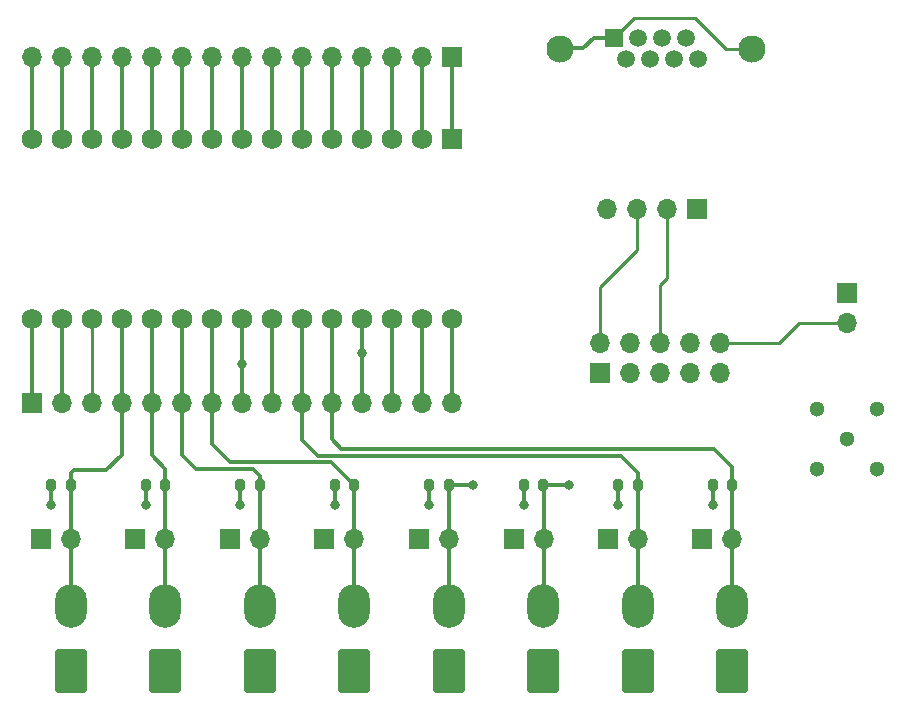
<source format=gbr>
%TF.GenerationSoftware,KiCad,Pcbnew,(6.0.1-0)*%
%TF.CreationDate,2022-11-29T12:21:39+01:00*%
%TF.ProjectId,nano_board,6e616e6f-5f62-46f6-9172-642e6b696361,rev?*%
%TF.SameCoordinates,Original*%
%TF.FileFunction,Copper,L1,Top*%
%TF.FilePolarity,Positive*%
%FSLAX46Y46*%
G04 Gerber Fmt 4.6, Leading zero omitted, Abs format (unit mm)*
G04 Created by KiCad (PCBNEW (6.0.1-0)) date 2022-11-29 12:21:39*
%MOMM*%
%LPD*%
G01*
G04 APERTURE LIST*
G04 Aperture macros list*
%AMRoundRect*
0 Rectangle with rounded corners*
0 $1 Rounding radius*
0 $2 $3 $4 $5 $6 $7 $8 $9 X,Y pos of 4 corners*
0 Add a 4 corners polygon primitive as box body*
4,1,4,$2,$3,$4,$5,$6,$7,$8,$9,$2,$3,0*
0 Add four circle primitives for the rounded corners*
1,1,$1+$1,$2,$3*
1,1,$1+$1,$4,$5*
1,1,$1+$1,$6,$7*
1,1,$1+$1,$8,$9*
0 Add four rect primitives between the rounded corners*
20,1,$1+$1,$2,$3,$4,$5,0*
20,1,$1+$1,$4,$5,$6,$7,0*
20,1,$1+$1,$6,$7,$8,$9,0*
20,1,$1+$1,$8,$9,$2,$3,0*%
G04 Aperture macros list end*
%TA.AperFunction,SMDPad,CuDef*%
%ADD10RoundRect,0.200000X0.200000X0.275000X-0.200000X0.275000X-0.200000X-0.275000X0.200000X-0.275000X0*%
%TD*%
%TA.AperFunction,ComponentPad*%
%ADD11R,1.700000X1.700000*%
%TD*%
%TA.AperFunction,ComponentPad*%
%ADD12O,1.700000X1.700000*%
%TD*%
%TA.AperFunction,ComponentPad*%
%ADD13R,1.500000X1.500000*%
%TD*%
%TA.AperFunction,ComponentPad*%
%ADD14C,1.500000*%
%TD*%
%TA.AperFunction,ComponentPad*%
%ADD15C,2.300000*%
%TD*%
%TA.AperFunction,ComponentPad*%
%ADD16RoundRect,0.250001X1.099999X1.599999X-1.099999X1.599999X-1.099999X-1.599999X1.099999X-1.599999X0*%
%TD*%
%TA.AperFunction,ComponentPad*%
%ADD17O,2.700000X3.700000*%
%TD*%
%TA.AperFunction,ComponentPad*%
%ADD18C,1.300000*%
%TD*%
%TA.AperFunction,ComponentPad*%
%ADD19C,1.727200*%
%TD*%
%TA.AperFunction,ComponentPad*%
%ADD20R,1.727200X1.727200*%
%TD*%
%TA.AperFunction,ViaPad*%
%ADD21C,0.800000*%
%TD*%
%TA.AperFunction,Conductor*%
%ADD22C,0.250000*%
%TD*%
%TA.AperFunction,Conductor*%
%ADD23C,0.300000*%
%TD*%
G04 APERTURE END LIST*
D10*
%TO.P,R4,1*%
%TO.N,N4*%
X136000000Y-86000000D03*
%TO.P,R4,2*%
%TO.N,3V3_Ard*%
X134350000Y-86000000D03*
%TD*%
%TO.P,R2,1*%
%TO.N,A2*%
X120000000Y-86000000D03*
%TO.P,R2,2*%
%TO.N,3V3_Ard*%
X118350000Y-86000000D03*
%TD*%
%TO.P,R0,1*%
%TO.N,A0*%
X104000000Y-86000000D03*
%TO.P,R0,2*%
%TO.N,3V3_Ard*%
X102350000Y-86000000D03*
%TD*%
%TO.P,R3,1*%
%TO.N,A3*%
X128000000Y-86000000D03*
%TO.P,R3,2*%
%TO.N,3V3_Ard*%
X126350000Y-86000000D03*
%TD*%
D11*
%TO.P,NTC6-Pin0,1,Pin_1*%
%TO.N,GND*%
X149500000Y-90525000D03*
D12*
%TO.P,NTC6-Pin0,2,Pin_2*%
%TO.N,A6*%
X152040000Y-90525000D03*
%TD*%
D13*
%TO.P,J0,1*%
%TO.N,GND*%
X149940000Y-48140000D03*
D14*
%TO.P,J0,2*%
%TO.N,SCL*%
X150956000Y-49920000D03*
%TO.P,J0,3*%
%TO.N,SDA*%
X151972000Y-48140000D03*
%TO.P,J0,4*%
%TO.N,unconnected-(J0-Pad4)*%
X152988000Y-49920000D03*
%TO.P,J0,5*%
%TO.N,unconnected-(J0-Pad5)*%
X154004000Y-48140000D03*
%TO.P,J0,6*%
%TO.N,5V_Ard*%
X155020000Y-49920000D03*
%TO.P,J0,7*%
%TO.N,unconnected-(J0-Pad7)*%
X156036000Y-48140000D03*
%TO.P,J0,8*%
%TO.N,unconnected-(J0-Pad8)*%
X157052000Y-49920000D03*
D15*
%TO.P,J0,SH*%
%TO.N,GND*%
X145370000Y-49030000D03*
X161630000Y-49030000D03*
%TD*%
D11*
%TO.P,I2C-Pins0,1,VCC*%
%TO.N,5V_Ard*%
X156980000Y-62600000D03*
D12*
%TO.P,I2C-Pins0,2,SDA*%
%TO.N,SCL*%
X154440000Y-62600000D03*
%TO.P,I2C-Pins0,3,SCL*%
%TO.N,SDA*%
X151900000Y-62600000D03*
%TO.P,I2C-Pins0,4,GND*%
%TO.N,GND*%
X149360000Y-62600000D03*
%TD*%
D10*
%TO.P,R1,1*%
%TO.N,A1*%
X112000000Y-86000000D03*
%TO.P,R1,2*%
%TO.N,3V3_Ard*%
X110350000Y-86000000D03*
%TD*%
D11*
%TO.P,Freq_Pins0,1,Pin_1*%
%TO.N,GND*%
X169700000Y-69760000D03*
D12*
%TO.P,Freq_Pins0,2,Pin_2*%
%TO.N,Freq*%
X169700000Y-72300000D03*
%TD*%
D11*
%TO.P,ArdTopPins0,1,Pin_1*%
%TO.N,RX0*%
X136283000Y-49750000D03*
D12*
%TO.P,ArdTopPins0,2,Pin_2*%
%TO.N,TX1*%
X133743000Y-49750000D03*
%TO.P,ArdTopPins0,3,Pin_3*%
%TO.N,RST1*%
X131203000Y-49750000D03*
%TO.P,ArdTopPins0,4,Pin_4*%
%TO.N,GND*%
X128663000Y-49750000D03*
%TO.P,ArdTopPins0,5,Pin_5*%
%TO.N,D2*%
X126123000Y-49750000D03*
%TO.P,ArdTopPins0,6,Pin_6*%
%TO.N,D3*%
X123583000Y-49750000D03*
%TO.P,ArdTopPins0,7,Pin_7*%
%TO.N,D4*%
X121043000Y-49750000D03*
%TO.P,ArdTopPins0,8,Pin_8*%
%TO.N,D5*%
X118503000Y-49750000D03*
%TO.P,ArdTopPins0,9,Pin_9*%
%TO.N,D6*%
X115963000Y-49750000D03*
%TO.P,ArdTopPins0,10,Pin_10*%
%TO.N,D7*%
X113423000Y-49750000D03*
%TO.P,ArdTopPins0,11,Pin_11*%
%TO.N,D8*%
X110883000Y-49750000D03*
%TO.P,ArdTopPins0,12,Pin_12*%
%TO.N,D9*%
X108343000Y-49750000D03*
%TO.P,ArdTopPins0,13,Pin_13*%
%TO.N,D10*%
X105803000Y-49750000D03*
%TO.P,ArdTopPins0,14,Pin_14*%
%TO.N,D11*%
X103263000Y-49750000D03*
%TO.P,ArdTopPins0,15,Pin_15*%
%TO.N,D12*%
X100723000Y-49750000D03*
%TD*%
D16*
%TO.P,NTC5,1,Pin_1*%
%TO.N,GND*%
X144000000Y-101725000D03*
D17*
%TO.P,NTC5,2,Pin_2*%
%TO.N,N5*%
X144000000Y-96225000D03*
%TD*%
D10*
%TO.P,R6,1*%
%TO.N,A6*%
X152000000Y-86000000D03*
%TO.P,R6,2*%
%TO.N,3V3_Ard*%
X150350000Y-86000000D03*
%TD*%
D18*
%TO.P,J2,1*%
%TO.N,Freq*%
X169710000Y-82060000D03*
%TO.P,J2,GND*%
%TO.N,GND*%
X172250000Y-79520000D03*
%TO.P,J2,S1*%
X167170000Y-79520000D03*
%TO.P,J2,S2*%
X167170000Y-84600000D03*
%TO.P,J2,S3*%
X172250000Y-84600000D03*
%TD*%
D11*
%TO.P,NTC7-Pin0,1,Pin_1*%
%TO.N,GND*%
X157460000Y-90525000D03*
D12*
%TO.P,NTC7-Pin0,2,Pin_2*%
%TO.N,A7*%
X160000000Y-90525000D03*
%TD*%
D19*
%TO.P,XA0,3V3,3.3V*%
%TO.N,3V3_Ard*%
X103230000Y-71948000D03*
%TO.P,XA0,5V,5V*%
%TO.N,5V_Ard*%
X128630000Y-71948000D03*
%TO.P,XA0,A0,A0*%
%TO.N,A0*%
X108310000Y-71948000D03*
%TO.P,XA0,A1,A1*%
%TO.N,A1*%
X110850000Y-71948000D03*
%TO.P,XA0,A2,A2*%
%TO.N,A2*%
X113390000Y-71948000D03*
%TO.P,XA0,A3,A3*%
%TO.N,A3*%
X115930000Y-71948000D03*
%TO.P,XA0,A4,A4_SDA*%
%TO.N,A4*%
X118470000Y-71948000D03*
%TO.P,XA0,A5,A5_SCL*%
%TO.N,A5*%
X121010000Y-71948000D03*
%TO.P,XA0,A6,A6*%
%TO.N,A6*%
X123550000Y-71948000D03*
%TO.P,XA0,A7,A7*%
%TO.N,A7*%
X126090000Y-71948000D03*
%TO.P,XA0,AREF,AREF*%
%TO.N,AREF*%
X105770000Y-71948000D03*
%TO.P,XA0,D0,D0_RX0*%
%TO.N,TX1*%
X133710000Y-56708000D03*
D20*
%TO.P,XA0,D1,D1_TX0*%
%TO.N,RX0*%
X136250000Y-56708000D03*
D19*
%TO.P,XA0,D2,D2_INT0*%
%TO.N,D2*%
X126090000Y-56708000D03*
%TO.P,XA0,D3,D3_INT1*%
%TO.N,D3*%
X123550000Y-56708000D03*
%TO.P,XA0,D4,D4*%
%TO.N,D4*%
X121010000Y-56708000D03*
%TO.P,XA0,D5,D5*%
%TO.N,D5*%
X118470000Y-56708000D03*
%TO.P,XA0,D6,D6*%
%TO.N,D6*%
X115930000Y-56708000D03*
%TO.P,XA0,D7,D7*%
%TO.N,D7*%
X113390000Y-56708000D03*
%TO.P,XA0,D8,D8*%
%TO.N,D8*%
X110850000Y-56708000D03*
%TO.P,XA0,D9,D9*%
%TO.N,D9*%
X108310000Y-56708000D03*
%TO.P,XA0,D10,D10_CS*%
%TO.N,D10*%
X105770000Y-56708000D03*
%TO.P,XA0,D11,D11_MOSI*%
%TO.N,D11*%
X103230000Y-56708000D03*
%TO.P,XA0,D12,D12_MISO*%
%TO.N,D12*%
X100690000Y-56708000D03*
%TO.P,XA0,D13,D13_SCK*%
%TO.N,D13*%
X100690000Y-71948000D03*
%TO.P,XA0,GND1,GND*%
%TO.N,GND*%
X128630000Y-56708000D03*
%TO.P,XA0,GND2,GND*%
X133710000Y-71948000D03*
%TO.P,XA0,RST1,RESET*%
%TO.N,RST1*%
X131170000Y-56708000D03*
%TO.P,XA0,RST2,RESET*%
%TO.N,RST2*%
X131170000Y-71948000D03*
%TO.P,XA0,VIN,VIN*%
%TO.N,Vin_Ard*%
X136250000Y-71948000D03*
%TD*%
D16*
%TO.P,NTC0,1,Pin_1*%
%TO.N,GND*%
X104000000Y-101750000D03*
D17*
%TO.P,NTC0,2,Pin_2*%
%TO.N,A0*%
X104000000Y-96250000D03*
%TD*%
D11*
%TO.P,NTC3-Pin0,1,Pin_1*%
%TO.N,GND*%
X125460000Y-90525000D03*
D12*
%TO.P,NTC3-Pin0,2,Pin_2*%
%TO.N,A3*%
X128000000Y-90525000D03*
%TD*%
D10*
%TO.P,R5,1*%
%TO.N,N5*%
X144000000Y-86000000D03*
%TO.P,R5,2*%
%TO.N,3V3_Ard*%
X142350000Y-86000000D03*
%TD*%
D11*
%TO.P,J1,1,Pin_1*%
%TO.N,A4*%
X148825000Y-76505000D03*
D12*
%TO.P,J1,2,Pin_2*%
%TO.N,SDA*%
X148825000Y-73965000D03*
%TO.P,J1,3,Pin_3*%
%TO.N,A4*%
X151365000Y-76505000D03*
%TO.P,J1,4,Pin_4*%
%TO.N,N4*%
X151365000Y-73965000D03*
%TO.P,J1,5,Pin_5*%
%TO.N,A5*%
X153905000Y-76505000D03*
%TO.P,J1,6,Pin_6*%
%TO.N,SCL*%
X153905000Y-73965000D03*
%TO.P,J1,7,Pin_7*%
%TO.N,A5*%
X156445000Y-76505000D03*
%TO.P,J1,8,Pin_8*%
%TO.N,N5*%
X156445000Y-73965000D03*
%TO.P,J1,9,Pin_9*%
%TO.N,A5*%
X158985000Y-76505000D03*
%TO.P,J1,10,Pin_10*%
%TO.N,Freq*%
X158985000Y-73965000D03*
%TD*%
D16*
%TO.P,NTC6,1,Pin_1*%
%TO.N,GND*%
X152000000Y-101750000D03*
D17*
%TO.P,NTC6,2,Pin_2*%
%TO.N,A6*%
X152000000Y-96250000D03*
%TD*%
D16*
%TO.P,NTC4,1,Pin_1*%
%TO.N,GND*%
X136000000Y-101725000D03*
D17*
%TO.P,NTC4,2,Pin_2*%
%TO.N,N4*%
X136000000Y-96225000D03*
%TD*%
D16*
%TO.P,NTC2,1,Pin_1*%
%TO.N,GND*%
X120000000Y-101750000D03*
D17*
%TO.P,NTC2,2,Pin_2*%
%TO.N,A2*%
X120000000Y-96250000D03*
%TD*%
D16*
%TO.P,NTC3,1,Pin_1*%
%TO.N,GND*%
X128000000Y-101725000D03*
D17*
%TO.P,NTC3,2,Pin_2*%
%TO.N,A3*%
X128000000Y-96225000D03*
%TD*%
D16*
%TO.P,NTC7,1,Pin_1*%
%TO.N,GND*%
X160000000Y-101725000D03*
D17*
%TO.P,NTC7,2,Pin_2*%
%TO.N,A7*%
X160000000Y-96225000D03*
%TD*%
D16*
%TO.P,NTC1,1,Pin_1*%
%TO.N,GND*%
X112000000Y-101725000D03*
D17*
%TO.P,NTC1,2,Pin_2*%
%TO.N,A1*%
X112000000Y-96225000D03*
%TD*%
D11*
%TO.P,NTC5-Pin0,1,Pin_1*%
%TO.N,GND*%
X141500000Y-90525000D03*
D12*
%TO.P,NTC5-Pin0,2,Pin_2*%
%TO.N,N5*%
X144040000Y-90525000D03*
%TD*%
D11*
%TO.P,NTC0-Pin0,1,Pin_1*%
%TO.N,GND*%
X101460000Y-90525000D03*
D12*
%TO.P,NTC0-Pin0,2,Pin_2*%
%TO.N,A0*%
X104000000Y-90525000D03*
%TD*%
D10*
%TO.P,R7,1*%
%TO.N,A7*%
X160000000Y-86000000D03*
%TO.P,R7,2*%
%TO.N,3V3_Ard*%
X158350000Y-86000000D03*
%TD*%
D11*
%TO.P,NTC4-Pin0,1,Pin_1*%
%TO.N,GND*%
X133460000Y-90525000D03*
D12*
%TO.P,NTC4-Pin0,2,Pin_2*%
%TO.N,N4*%
X136000000Y-90525000D03*
%TD*%
D11*
%TO.P,NTC1-Pin0,1,Pin_1*%
%TO.N,GND*%
X109460000Y-90525000D03*
D12*
%TO.P,NTC1-Pin0,2,Pin_2*%
%TO.N,A1*%
X112000000Y-90525000D03*
%TD*%
D11*
%TO.P,ArdNanoBotPins0,1,Pin_1*%
%TO.N,D13*%
X100670000Y-79000000D03*
D12*
%TO.P,ArdNanoBotPins0,2,Pin_2*%
%TO.N,3V3_Ard*%
X103210000Y-79000000D03*
%TO.P,ArdNanoBotPins0,3,Pin_3*%
%TO.N,AREF*%
X105750000Y-79000000D03*
%TO.P,ArdNanoBotPins0,4,Pin_4*%
%TO.N,A0*%
X108290000Y-79000000D03*
%TO.P,ArdNanoBotPins0,5,Pin_5*%
%TO.N,A1*%
X110830000Y-79000000D03*
%TO.P,ArdNanoBotPins0,6,Pin_6*%
%TO.N,A2*%
X113370000Y-79000000D03*
%TO.P,ArdNanoBotPins0,7,Pin_7*%
%TO.N,A3*%
X115910000Y-79000000D03*
%TO.P,ArdNanoBotPins0,8,Pin_8*%
%TO.N,A4*%
X118450000Y-79000000D03*
%TO.P,ArdNanoBotPins0,9,Pin_9*%
%TO.N,A5*%
X120990000Y-79000000D03*
%TO.P,ArdNanoBotPins0,10,Pin_10*%
%TO.N,A6*%
X123530000Y-79000000D03*
%TO.P,ArdNanoBotPins0,11,Pin_11*%
%TO.N,A7*%
X126070000Y-79000000D03*
%TO.P,ArdNanoBotPins0,12,Pin_12*%
%TO.N,5V_Ard*%
X128610000Y-79000000D03*
%TO.P,ArdNanoBotPins0,13,Pin_13*%
%TO.N,RST2*%
X131150000Y-79000000D03*
%TO.P,ArdNanoBotPins0,14,Pin_14*%
%TO.N,GND*%
X133690000Y-79000000D03*
%TO.P,ArdNanoBotPins0,15,Pin_15*%
%TO.N,Vin_Ard*%
X136230000Y-79000000D03*
%TD*%
D11*
%TO.P,NTC2-Pin0,1,Pin_1*%
%TO.N,GND*%
X117460000Y-90525000D03*
D12*
%TO.P,NTC2-Pin0,2,Pin_2*%
%TO.N,A2*%
X120000000Y-90525000D03*
%TD*%
D21*
%TO.N,3V3_Ard*%
X142350000Y-87700000D03*
X110350000Y-87650000D03*
X134350000Y-87650000D03*
X158350000Y-87650000D03*
X150350000Y-87650000D03*
X126350000Y-87650000D03*
X118350000Y-87650000D03*
X102350000Y-87650000D03*
%TO.N,5V_Ard*%
X128630000Y-74770000D03*
%TO.N,A4*%
X118448000Y-75752000D03*
%TO.N,N4*%
X138050000Y-86000000D03*
%TO.N,N5*%
X146175000Y-85975000D03*
%TD*%
D22*
%TO.N,SDA*%
X151900000Y-62600000D02*
X151900000Y-66125000D01*
X151900000Y-66125000D02*
X148825000Y-69200000D01*
X148825000Y-69200000D02*
X148825000Y-73965000D01*
%TO.N,Freq*%
X158985000Y-73965000D02*
X163935000Y-73965000D01*
X165600000Y-72300000D02*
X169700000Y-72300000D01*
X163935000Y-73965000D02*
X165600000Y-72300000D01*
%TO.N,SCL*%
X154440000Y-62600000D02*
X154440000Y-68485000D01*
X154440000Y-68485000D02*
X153905000Y-69020000D01*
X153905000Y-69020000D02*
X153905000Y-73965000D01*
D23*
%TO.N,D13*%
X100690000Y-71948000D02*
X100690000Y-78980000D01*
%TO.N,3V3_Ard*%
X110350000Y-86000000D02*
X110350000Y-87650000D01*
X158350000Y-86000000D02*
X158350000Y-87650000D01*
X134350000Y-87650000D02*
X134350000Y-86000000D01*
X102350000Y-86000000D02*
X102350000Y-87650000D01*
X142350000Y-86000000D02*
X142350000Y-87700000D01*
X150350000Y-86000000D02*
X150350000Y-87650000D01*
X126350000Y-86000000D02*
X126350000Y-87650000D01*
X118350000Y-86000000D02*
X118350000Y-87650000D01*
X103208000Y-77542000D02*
X103208000Y-71970000D01*
X103210000Y-77544000D02*
X103208000Y-77542000D01*
X103210000Y-77544000D02*
X103210000Y-79000000D01*
D22*
%TO.N,AREF*%
X105770000Y-78980000D02*
X105750000Y-79000000D01*
X105770000Y-71948000D02*
X105770000Y-78980000D01*
D23*
%TO.N,A0*%
X104000000Y-86525000D02*
X104000000Y-90525000D01*
X108290000Y-77464000D02*
X108290000Y-79000000D01*
X108290000Y-83460000D02*
X108290000Y-79000000D01*
X107000000Y-84750000D02*
X108290000Y-83460000D01*
X108288000Y-77462000D02*
X108288000Y-71970000D01*
X104000000Y-90525000D02*
X104000000Y-96250000D01*
X104000000Y-85000000D02*
X104250000Y-84750000D01*
X104250000Y-84750000D02*
X107000000Y-84750000D01*
X108288000Y-77462000D02*
X108290000Y-77464000D01*
X104000000Y-86000000D02*
X104000000Y-85000000D01*
%TO.N,A1*%
X110830000Y-77670000D02*
X110850000Y-77650000D01*
X112000000Y-86000000D02*
X112000000Y-90525000D01*
X110830000Y-79000000D02*
X110830000Y-83455000D01*
X110830000Y-79000000D02*
X110830000Y-77670000D01*
X110850000Y-71948000D02*
X110850000Y-77650000D01*
X112000000Y-90525000D02*
X112000000Y-96225000D01*
X112000000Y-84625000D02*
X112000000Y-86000000D01*
X110830000Y-83455000D02*
X112000000Y-84625000D01*
%TO.N,A2*%
X113370000Y-77370000D02*
X113370000Y-79000000D01*
X120000000Y-85200000D02*
X120000000Y-86000000D01*
X120000000Y-90525000D02*
X120000000Y-96250000D01*
X113370000Y-79000000D02*
X113370000Y-83420000D01*
X113370000Y-83420000D02*
X114600000Y-84650000D01*
X120000000Y-90525000D02*
X120000000Y-86000000D01*
X113368000Y-77368000D02*
X113370000Y-77370000D01*
X113368000Y-77368000D02*
X113368000Y-71970000D01*
X114600000Y-84650000D02*
X119450000Y-84650000D01*
X119450000Y-84650000D02*
X120000000Y-85200000D01*
%TO.N,A3*%
X128000000Y-86000000D02*
X128000000Y-90525000D01*
X126050480Y-84050480D02*
X128000000Y-86000000D01*
X115910000Y-79000000D02*
X115910000Y-82510000D01*
X128000000Y-90525000D02*
X128000000Y-96225000D01*
X115910000Y-79000000D02*
X115910000Y-71968000D01*
X115910000Y-82510000D02*
X117450480Y-84050480D01*
X117450480Y-84050480D02*
X126050480Y-84050480D01*
%TO.N,A5*%
X121010000Y-71948000D02*
X121010000Y-78980000D01*
%TO.N,A6*%
X123528000Y-71970000D02*
X123528000Y-77778000D01*
X150600960Y-83550960D02*
X152000000Y-84950000D01*
X152040000Y-90525000D02*
X152040000Y-96210000D01*
X152000000Y-84950000D02*
X152000000Y-86000000D01*
X123530000Y-82180000D02*
X124900960Y-83550960D01*
X123528000Y-77778000D02*
X123530000Y-77780000D01*
X124900960Y-83550960D02*
X150600960Y-83550960D01*
X123530000Y-79000000D02*
X123530000Y-82180000D01*
X152040000Y-90525000D02*
X152040000Y-86040000D01*
X123530000Y-77780000D02*
X123530000Y-79000000D01*
%TO.N,A7*%
X158451440Y-82951440D02*
X160000000Y-84500000D01*
X126070000Y-79000000D02*
X126070000Y-77180000D01*
X160000000Y-90525000D02*
X160000000Y-86000000D01*
X126070000Y-79000000D02*
X126070000Y-82120000D01*
X126070000Y-77180000D02*
X126090000Y-77160000D01*
X126090000Y-77160000D02*
X126090000Y-78980000D01*
X160000000Y-90525000D02*
X160000000Y-96225000D01*
X126068000Y-76772000D02*
X126068000Y-78432000D01*
X126070000Y-82120000D02*
X126901440Y-82951440D01*
X126090000Y-71948000D02*
X126090000Y-77160000D01*
X126090000Y-77978000D02*
X126068000Y-78000000D01*
X126901440Y-82951440D02*
X158451440Y-82951440D01*
X160000000Y-84500000D02*
X160000000Y-86000000D01*
%TO.N,5V_Ard*%
X128630000Y-74770000D02*
X128630000Y-77630000D01*
X128630000Y-71948000D02*
X128630000Y-74770000D01*
X128610000Y-77650000D02*
X128610000Y-79000000D01*
%TO.N,TX1*%
X133743000Y-50750000D02*
X133743000Y-49750000D01*
X133710000Y-56708000D02*
X133710000Y-50783000D01*
X133710000Y-50783000D02*
X133743000Y-50750000D01*
%TO.N,RX0*%
X136283000Y-56675000D02*
X136283000Y-49750000D01*
%TO.N,RST1*%
X131203000Y-56675000D02*
X131203000Y-49750000D01*
%TO.N,D2*%
X126123000Y-56675000D02*
X126123000Y-49750000D01*
%TO.N,D3*%
X123550000Y-56708000D02*
X123550000Y-51050000D01*
X123550000Y-51050000D02*
X123583000Y-51017000D01*
X123583000Y-51017000D02*
X123583000Y-49750000D01*
%TO.N,D4*%
X121043000Y-56675000D02*
X121043000Y-49750000D01*
%TO.N,D5*%
X118470000Y-56708000D02*
X118470000Y-49783000D01*
%TO.N,D6*%
X115963000Y-56675000D02*
X115963000Y-49750000D01*
%TO.N,D7*%
X113390000Y-51110000D02*
X113423000Y-51077000D01*
X113390000Y-56708000D02*
X113390000Y-51110000D01*
X113423000Y-51077000D02*
X113423000Y-49750000D01*
%TO.N,D8*%
X110883000Y-56675000D02*
X110883000Y-49750000D01*
%TO.N,D9*%
X108343000Y-49750000D02*
X108343000Y-50750000D01*
X108310000Y-56708000D02*
X108310000Y-50783000D01*
%TO.N,D10*%
X105803000Y-56675000D02*
X105803000Y-49750000D01*
%TO.N,D11*%
X103263000Y-49750000D02*
X103263000Y-50750000D01*
X103230000Y-56708000D02*
X103230000Y-50783000D01*
%TO.N,D12*%
X100723000Y-56675000D02*
X100723000Y-49750000D01*
%TO.N,A4*%
X118448000Y-75752000D02*
X118448000Y-71970000D01*
X118448000Y-77698000D02*
X118450000Y-77700000D01*
X118448000Y-77698000D02*
X118448000Y-75752000D01*
X118450000Y-77700000D02*
X118450000Y-79000000D01*
%TO.N,RST2*%
X131170000Y-71948000D02*
X131170000Y-78980000D01*
%TO.N,Vin_Ard*%
X136250000Y-71948000D02*
X136250000Y-78980000D01*
%TO.N,N4*%
X136000000Y-90525000D02*
X136000000Y-96225000D01*
X136000000Y-90525000D02*
X136000000Y-86000000D01*
X138050000Y-86000000D02*
X136000000Y-86000000D01*
%TO.N,N5*%
X144000000Y-86000000D02*
X146150000Y-86000000D01*
X144040000Y-90525000D02*
X144040000Y-96185000D01*
X144040000Y-86040000D02*
X144040000Y-90525000D01*
%TO.N,GND*%
X128663000Y-49750000D02*
X128663000Y-56675000D01*
X145370000Y-49015000D02*
X147385000Y-49015000D01*
D22*
X156850000Y-46450000D02*
X159430000Y-49030000D01*
X151630000Y-46450000D02*
X156850000Y-46450000D01*
X159430000Y-49030000D02*
X161630000Y-49030000D01*
D23*
X148275000Y-48125000D02*
X149940000Y-48125000D01*
D22*
X149940000Y-48140000D02*
X151630000Y-46450000D01*
D23*
X133690000Y-79000000D02*
X133690000Y-71968000D01*
X147385000Y-49015000D02*
X148275000Y-48125000D01*
%TD*%
M02*

</source>
